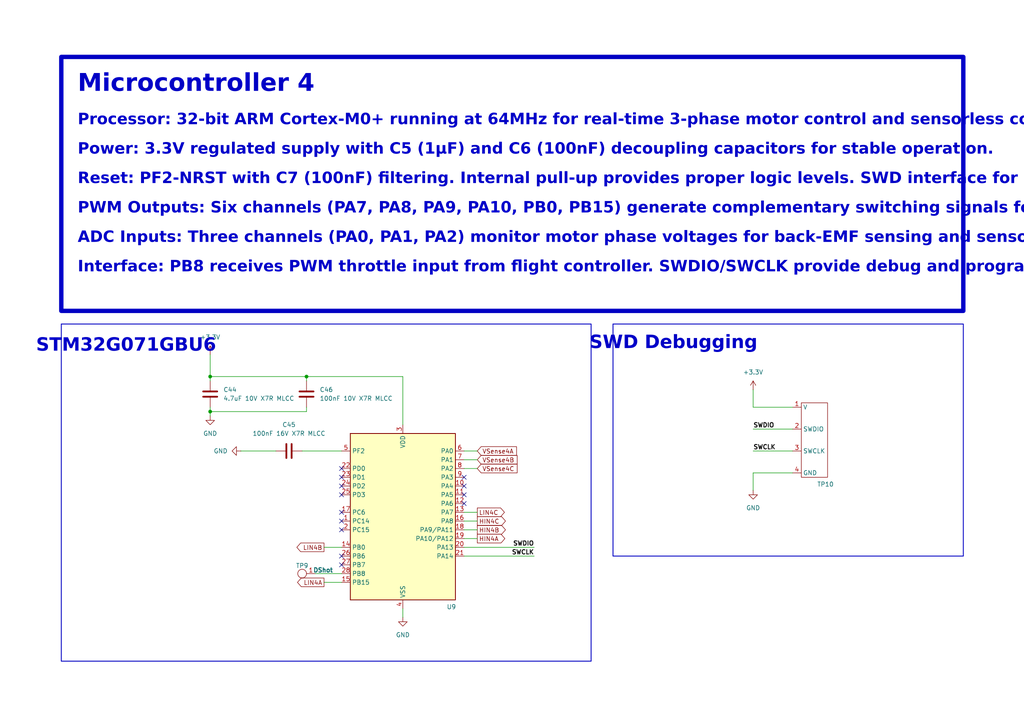
<source format=kicad_sch>
(kicad_sch (version 20250114) (generator "eeschema") (generator_version "9.0")
  (paper "A4")
  (lib_symbols
    (symbol "Device:C" (pin_numbers (hide yes)) (pin_names (offset 0.254))
      (property "Reference" "C" (at 0.635 2.54 0))
      (property "Value" "C" (at 0.635 -2.54 0))
      (symbol "C_0_1"
        (polyline (pts (xy -2.032 0.762) (xy 2.032 0.762)) (stroke (width 0.508)))
        (polyline (pts (xy -2.032 -0.762) (xy 2.032 -0.762)) (stroke (width 0.508)))
      )
      (symbol "C_1_1"
        (pin passive line (at 0 3.81 270) (length 2.794) (name "~") (number "1"))
        (pin passive line (at 0 -3.81 90) (length 2.794) (name "~") (number "2"))
      )
    )
    (symbol "Drone_components:1.27_test_pad"
      (property "Reference" "TP" (at 0 12.446 0))
      (symbol "1.27_test_pad_0_1"
        (rectangle (start -3.81 10.16) (end 3.81 -11.43))
      )
      (symbol "1.27_test_pad_1_1"
        (pin input line (at -6.35 8.89 0) (length 2.54) (name "V") (number "1"))
        (pin input line (at -6.35 2.54 0) (length 2.54) (name "SWDIO") (number "2"))
        (pin input line (at -6.35 -3.81 0) (length 2.54) (name "SWCLK") (number "3"))
        (pin input line (at -6.35 -10.16 0) (length 2.54) (name "GND") (number "4"))
      )
    )
    (symbol "Drone_components:Rectangle_test_point"
      (property "Reference" "TP" (at 0 3.556 0))
      (symbol "Rectangle_test_point_0_1"
        (circle (center 0 0) (radius 1.27))
      )
      (symbol "Rectangle_test_point_1_1"
        (pin input line (at -3.81 0 0) (length 2.54) (name "") (number "1"))
      )
    )
    (symbol "MCU_ST_STM32G0:STM32G071GBUxN"
      (property "Reference" "U" (at -15.24 26.67 0))
      (property "Value" "STM32G071GBUxN" (at 2.54 26.67 0))
      (symbol "STM32G071GBUxN_0_1"
        (rectangle (start -15.24 -22.86) (end 15.24 25.4) (stroke (width 0.254)) (fill (type background)))
      )
      (symbol "STM32G071GBUxN_1_1"
        (pin bidirectional line (at -17.78 20.32 0) (length 2.54) (name "PF2") (number "5"))
        (pin bidirectional line (at -17.78 15.24 0) (length 2.54) (name "PD0") (number "22"))
        (pin bidirectional line (at -17.78 12.7 0) (length 2.54) (name "PD1") (number "23"))
        (pin bidirectional line (at -17.78 10.16 0) (length 2.54) (name "PD2") (number "24"))
        (pin bidirectional line (at -17.78 7.62 0) (length 2.54) (name "PD3") (number "25"))
        (pin bidirectional line (at -17.78 2.54 0) (length 2.54) (name "PC6") (number "17"))
        (pin bidirectional line (at -17.78 0 0) (length 2.54) (name "PC14") (number "1"))
        (pin bidirectional line (at -17.78 -2.54 0) (length 2.54) (name "PC15") (number "2"))
        (pin bidirectional line (at -17.78 -7.62 0) (length 2.54) (name "PB0") (number "14"))
        (pin bidirectional line (at -17.78 -10.16 0) (length 2.54) (name "PB6") (number "26"))
        (pin bidirectional line (at -17.78 -12.7 0) (length 2.54) (name "PB7") (number "27"))
        (pin bidirectional line (at -17.78 -15.24 0) (length 2.54) (name "PB8") (number "28"))
        (pin bidirectional line (at -17.78 -17.78 0) (length 2.54) (name "PB15") (number "15"))
        (pin power_in line (at 0 27.94 270) (length 2.54) (name "VDD") (number "3"))
        (pin power_in line (at 0 -25.4 90) (length 2.54) (name "VSS") (number "4"))
        (pin bidirectional line (at 17.78 20.32 180) (length 2.54) (name "PA0") (number "6"))
        (pin bidirectional line (at 17.78 17.78 180) (length 2.54) (name "PA1") (number "7"))
        (pin bidirectional line (at 17.78 15.24 180) (length 2.54) (name "PA2") (number "8"))
        (pin bidirectional line (at 17.78 12.7 180) (length 2.54) (name "PA3") (number "9"))
        (pin bidirectional line (at 17.78 10.16 180) (length 2.54) (name "PA4") (number "10"))
        (pin bidirectional line (at 17.78 7.62 180) (length 2.54) (name "PA5") (number "11"))
        (pin bidirectional line (at 17.78 5.08 180) (length 2.54) (name "PA6") (number "12"))
        (pin bidirectional line (at 17.78 2.54 180) (length 2.54) (name "PA7") (number "13"))
        (pin bidirectional line (at 17.78 0 180) (length 2.54) (name "PA8") (number "16"))
        (pin bidirectional line (at 17.78 -2.54 180) (length 2.54) (name "PA9/PA11") (number "18"))
        (pin bidirectional line (at 17.78 -5.08 180) (length 2.54) (name "PA10/PA12") (number "19"))
        (pin bidirectional line (at 17.78 -7.62 180) (length 2.54) (name "PA13") (number "20"))
        (pin bidirectional line (at 17.78 -10.16 180) (length 2.54) (name "PA14") (number "21"))
      )
    )
    (symbol "power:+3.3V" (power) (pin_numbers (hide yes)) (pin_names (offset 0) (hide yes))
      (property "Value" "+3.3V" (at 0 3.556 0))
      (symbol "+3.3V_0_1"
        (polyline (pts (xy -0.762 1.27) (xy 0 2.54)))
        (polyline (pts (xy 0 2.54) (xy 0.762 1.27)))
        (polyline (pts (xy 0 0) (xy 0 2.54)))
      )
      (symbol "+3.3V_1_1"
        (pin power_in line (at 0 0 90) (length 0) (name "~") (number "1"))
      )
    )
    (symbol "power:GND" (power) (pin_numbers (hide yes)) (pin_names (offset 0) (hide yes))
      (property "Value" "GND" (at 0 -3.81 0))
      (symbol "GND_0_1"
        (polyline (pts (xy 0 0) (xy 0 -1.27) (xy 1.27 -1.27) (xy 0 -2.54) (xy -1.27 -1.27) (xy 0 -1.27)))
      )
      (symbol "GND_1_1"
        (pin power_in line (at 0 0 270) (length 0) (name "~") (number "1"))
      )
    )
  )
  (rectangle (start 17.78 16.51) (end 279.4 90.17) (stroke (width 1.27)))
  (rectangle (start 17.78 93.98) (end 171.45 191.77) (stroke (width 0.254)))
  (rectangle (start 177.8 93.98) (end 279.4 161.29) (stroke (width 0.254)))
  (text "SWD Debugging" (at 195.326 100.584 0) (effects (font (size 3.81 3.81) (bold yes))))
  (text "STM32G071GBU6" (at 36.576 101.346 0) (effects (font (size 3.81 3.81) (bold yes))))
  (text_box "Microcontroller 4\n_{Processor: 32-bit ARM Cortex-M0+ running at 64MHz for real-time 3-phase motor control and sensorless commutation algorithms.}\n_{Power: 3.3V regulated supply with C5 (1µF) and C6 (100nF) decoupling capacitors for stable operation.}\n_{Reset: PF2-NRST with C7 (100nF) filtering. Internal pull-up provides proper logic levels. SWD interface for programming.}\n_{PWM Outputs: Six channels (PA7, PA8, PA9, PA10, PB0, PB15) generate complementary switching signals for FD6288Q gate driver.}\n_{ADC Inputs: Three channels (PA0, PA1, PA2) monitor motor phase voltages for back-EMF sensing and sensorless rotor position detection.}\n_{Interface: PB8 receives PWM throttle input from flight controller. SWDIO/SWCLK provide debug and programming access.}" (at 21.59 20.32 0) (size 220.98 66.04) (margins 0.9525 0.9525 0.9525 0.9525) (stroke (width -0.0001)) (effects (font (size 5.08 5.08) (bold yes)) (justify left top)))
  (junction (at 88.9 109.22))
  (junction (at 60.96 119.38))
  (junction (at 60.96 109.22))
  (no_connect (at 99.06 140.97))
  (no_connect (at 134.62 146.05))
  (no_connect (at 99.06 135.89))
  (no_connect (at 99.06 148.59))
  (no_connect (at 99.06 163.83))
  (no_connect (at 99.06 161.29))
  (no_connect (at 99.06 138.43))
  (no_connect (at 99.06 143.51))
  (no_connect (at 134.62 143.51))
  (no_connect (at 99.06 151.13))
  (no_connect (at 134.62 140.97))
  (no_connect (at 134.62 138.43))
  (no_connect (at 99.06 153.67))
  (wire (pts (xy 88.9 109.22) (xy 88.9 110.49)))
  (wire (pts (xy 93.98 168.91) (xy 99.06 168.91)))
  (wire (pts (xy 218.44 113.03) (xy 218.44 118.11)))
  (wire (pts (xy 60.96 109.22) (xy 88.9 109.22)))
  (wire (pts (xy 134.62 135.89) (xy 138.43 135.89)))
  (wire (pts (xy 88.9 119.38) (xy 60.96 119.38)))
  (wire (pts (xy 116.84 176.53) (xy 116.84 179.07)))
  (wire (pts (xy 134.62 148.59) (xy 138.43 148.59)))
  (wire (pts (xy 134.62 130.81) (xy 138.43 130.81)))
  (wire (pts (xy 134.62 153.67) (xy 138.43 153.67)))
  (wire (pts (xy 218.44 142.24) (xy 218.44 137.16)))
  (wire (pts (xy 218.44 124.46) (xy 229.87 124.46)))
  (wire (pts (xy 60.96 102.87) (xy 60.96 109.22)))
  (wire (pts (xy 93.98 158.75) (xy 99.06 158.75)))
  (wire (pts (xy 134.62 156.21) (xy 138.43 156.21)))
  (wire (pts (xy 60.96 109.22) (xy 60.96 110.49)))
  (wire (pts (xy 218.44 137.16) (xy 229.87 137.16)))
  (wire (pts (xy 88.9 118.11) (xy 88.9 119.38)))
  (wire (pts (xy 218.44 118.11) (xy 229.87 118.11)))
  (wire (pts (xy 88.9 109.22) (xy 116.84 109.22)))
  (wire (pts (xy 91.44 166.37) (xy 99.06 166.37)))
  (wire (pts (xy 69.85 130.81) (xy 80.01 130.81)))
  (wire (pts (xy 218.44 130.81) (xy 229.87 130.81)))
  (wire (pts (xy 60.96 119.38) (xy 60.96 120.65)))
  (wire (pts (xy 60.96 119.38) (xy 60.96 118.11)))
  (wire (pts (xy 116.84 109.22) (xy 116.84 123.19)))
  (wire (pts (xy 87.63 130.81) (xy 99.06 130.81)))
  (wire (pts (xy 134.62 133.35) (xy 138.43 133.35)))
  (wire (pts (xy 134.62 161.29) (xy 154.94 161.29)))
  (wire (pts (xy 134.62 158.75) (xy 154.94 158.75)))
  (wire (pts (xy 134.62 151.13) (xy 138.43 151.13)))
  (label "SWDIO" (at 154.94 158.75 180) (effects (font (thickness 0.254) (bold yes))))
  (label "SWDIO" (at 218.44 124.46 0) (effects (font (thickness 0.254) (bold yes))))
  (label "SWCLK" (at 218.44 130.81 0) (effects (font (thickness 0.254) (bold yes))))
  (label "SWCLK" (at 154.94 161.29 180) (effects (font (thickness 0.254) (bold yes))))
  (global_label "LIN4A" (shape output) (at 93.98 168.91 180) (property "Intersheetrefs" "${INTERSHEET_REFS}" (effects (hide yes))))
  (global_label "VSense4C" (shape input) (at 138.43 135.89 0) (property "Intersheetrefs" "${INTERSHEET_REFS}" (effects (hide yes))))
  (global_label "VSense4B" (shape input) (at 138.43 133.35 0) (property "Intersheetrefs" "${INTERSHEET_REFS}" (effects (hide yes))))
  (global_label "LIN4C" (shape output) (at 138.43 148.59 0) (property "Intersheetrefs" "${INTERSHEET_REFS}" (effects (hide yes))))
  (global_label "HIN4B" (shape output) (at 138.43 153.67 0) (property "Intersheetrefs" "${INTERSHEET_REFS}" (effects (hide yes))))
  (global_label "VSense4A" (shape input) (at 138.43 130.81 0) (property "Intersheetrefs" "${INTERSHEET_REFS}" (effects (hide yes))))
  (global_label "HIN4C" (shape output) (at 138.43 151.13 0) (property "Intersheetrefs" "${INTERSHEET_REFS}" (effects (hide yes))))
  (global_label "LIN4B" (shape output) (at 93.98 158.75 180) (property "Intersheetrefs" "${INTERSHEET_REFS}" (effects (hide yes))))
  (global_label "HIN4A" (shape output) (at 138.43 156.21 0) (property "Intersheetrefs" "${INTERSHEET_REFS}" (effects (hide yes))))
  (symbol (lib_id "Drone_components:1.27_test_pad") (at 236.22 127 0) (unit 1)
    (property "Reference" "TP10" (at 236.982 140.462 0) (effects (justify left)))
    (property "Footprint" "Drone_components:1.27 test pad" (effects (hide yes)))
  )
  (symbol (lib_id "power:GND") (at 60.96 120.65 0) (unit 1)
    (property "Reference" "#PWR060" (effects (hide yes)))
    (property "Value" "GND" (at 60.96 125.73 0))
    (property "Description" "Power symbol creates a global label with name \"GND\" , ground" (effects (hide yes)))
  )
  (symbol (lib_id "power:GND") (at 69.85 130.81 270) (unit 1)
    (property "Reference" "#PWR061" (effects (hide yes)))
    (property "Value" "GND" (at 66.04 130.8099 90) (effects (justify right)))
    (property "Description" "Power symbol creates a global label with name \"GND\" , ground" (effects (hide yes)))
  )
  (symbol (lib_id "Device:C") (at 60.96 114.3 0) (unit 1)
    (property "Reference" "C44" (at 64.77 113.0299 0) (effects (justify left)))
    (property "Value" "4.7uF 10V X7R MLCC" (at 64.77 115.5699 0) (effects (justify left)))
    (property "Footprint" "Capacitor_SMD:C_0603_1608Metric" (effects (hide yes)))
    (property "Description" "Unpolarized capacitor" (effects (hide yes)))
    (property "JLCPCB part" "C108342" (effects (hide yes)))
  )
  (symbol (lib_id "power:GND") (at 218.44 142.24 0) (unit 1)
    (property "Reference" "#PWR064" (effects (hide yes)))
    (property "Value" "GND" (at 218.44 147.32 0))
    (property "Description" "Power symbol creates a global label with name \"GND\" , ground" (effects (hide yes)))
  )
  (symbol (lib_id "Device:C") (at 83.82 130.81 90) (unit 1)
    (property "Reference" "C45" (at 83.82 123.19 90))
    (property "Value" "100nF 16V X7R MLCC" (at 83.82 125.73 90))
    (property "Footprint" "Capacitor_SMD:C_01005_0402Metric" (effects (hide yes)))
    (property "Description" "Unpolarized capacitor" (effects (hide yes)))
    (property "JLCPCB part" "C307331" (effects (hide yes)))
  )
  (symbol (lib_id "Device:C") (at 88.9 114.3 0) (unit 1)
    (property "Reference" "C46" (at 92.71 113.0299 0) (effects (justify left)))
    (property "Value" "100nF 10V X7R MLCC" (at 92.71 115.5699 0) (effects (justify left)))
    (property "Footprint" "Capacitor_SMD:C_0402_1005Metric" (effects (hide yes)))
    (property "Description" "Unpolarized capacitor" (effects (hide yes)))
    (property "JLCPCB part" "C307331" (effects (hide yes)))
  )
  (symbol (lib_id "power:GND") (at 116.84 179.07 0) (unit 1)
    (property "Reference" "#PWR062" (effects (hide yes)))
    (property "Value" "GND" (at 116.84 184.15 0))
    (property "Description" "Power symbol creates a global label with name \"GND\" , ground" (effects (hide yes)))
  )
  (symbol (lib_id "power:+3.3V") (at 218.44 113.03 0) (unit 1)
    (property "Reference" "#PWR063" (effects (hide yes)))
    (property "Value" "+3.3V" (at 218.44 107.95 0))
    (property "Description" "Power symbol creates a global label with name \"+3.3V\"" (effects (hide yes)))
  )
  (symbol (lib_id "power:+3.3V") (at 60.96 102.87 0) (unit 1)
    (property "Reference" "#PWR059" (effects (hide yes)))
    (property "Value" "+3.3V" (at 60.96 97.79 0))
    (property "Description" "Power symbol creates a global label with name \"+3.3V\"" (effects (hide yes)))
  )
  (symbol (lib_id "Drone_components:Rectangle_test_point") (at 87.63 166.37 180) (unit 1)
    (property "Reference" "TP9" (at 87.63 164.084 0))
    (property "Value" "DShot" (at 93.726 165.354 0) (effects (font (thickness 0.254) (bold yes))))
    (property "Footprint" "Drone_components:Rectangle test point" (effects (hide yes)))
  )
  (symbol (lib_id "MCU_ST_STM32G0:STM32G071GBUxN") (at 116.84 151.13 0) (unit 1)
    (property "Reference" "U9" (at 129.54 176.022 0) (effects (justify left)))
    (property "Value" "STM32G071GBU6" (effects (hide yes)))
    (property "Footprint" "Package_DFN_QFN:QFN-28_4x4mm_P0.5mm" (effects (hide yes)))
    (property "Datasheet" "https://www.st.com/resource/en/datasheet/stm32g071gb.pdf" (effects (hide yes)))
    (property "Description" "STMicroelectronics Arm Cortex-M0+ MCU, 128KB flash, 36KB RAM, 64 MHz, 1.7-3.6V, 26 GPIO, UFQFPN28" (effects (hide yes)))
    (property "JLCPCB part" "C529347" (effects (hide yes)))
  )
)
</source>
